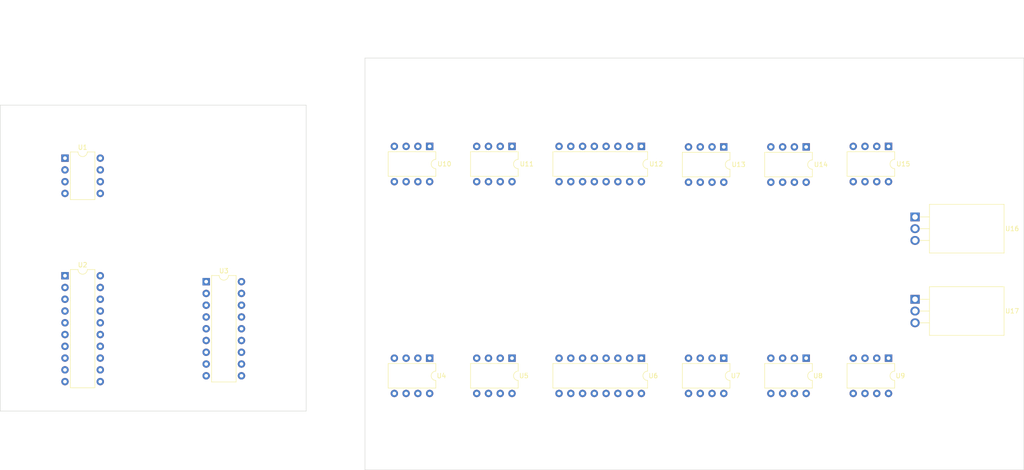
<source format=kicad_pcb>
(kicad_pcb (version 20211014) (generator pcbnew)
  (title_block (title "Wiggly EQ IC Map") (date "2022-05-29") (rev "0") (comment 1 "creativecommons.org/licenses/by/4.0") (comment 2 "License: CC by 4.0") (comment 3 "Author: Jordan Aceto"))
  (layers (0 "F.Cu" signal) (31 "B.Cu" signal) (34 "B.Paste" user) (35 "F.Paste" user) (36 "B.SilkS" user "B.Silkscreen") (37 "F.SilkS" user "F.Silkscreen") (38 "B.Mask" user) (39 "F.Mask" user) (44 "Edge.Cuts" user))
  (net 0 "")
  (net 1 "GND")
  (net 2 "Net-(D4-Pad1)")
  (net 3 "Net-(C21-Pad1)")
  (net 4 "+15V")
  (net 5 "-15V")
  (net 6 "Net-(C24-Pad2)")
  (net 7 "Net-(SW1-Pad2)")
  (net 8 "Net-(R1-Pad1)")
  (net 9 "Net-(R63-Pad1)")
  (net 10 "Net-(R63-Pad2)")
  (net 11 "Net-(R57-Pad2)")
  (net 12 "Net-(R62-Pad1)")
  (net 13 "Net-(R58-Pad1)")
  (net 14 "Net-(C20-Pad1)")
  (net 15 "Net-(C18-Pad1)")
  (net 16 "Net-(C18-Pad2)")
  (net 17 "Net-(C14-Pad2)")
  (net 18 "Net-(C14-Pad1)")
  (net 20 "Net-(R50-Pad2)")
  (net 21 "Net-(R53-Pad2)")
  (net 22 "Net-(D5-Pad1)")
  (net 23 "Net-(SW2-Pad14)")
  (net 24 "Net-(R65-Pad2)")
  (net 25 "Net-(D14-Pad1)")
  (net 26 "Net-(D13-Pad1)")
  (net 27 "Net-(D12-Pad1)")
  (net 28 "Net-(D11-Pad1)")
  (net 29 "Net-(D10-Pad1)")
  (net 30 "Net-(D9-Pad1)")
  (net 31 "Net-(D8-Pad1)")
  (net 32 "Net-(D7-Pad1)")
  (net 33 "Net-(D6-Pad1)")
  (net 34 "/parametric_EQ/high_band_eq/SIGNAL_IN")
  (net 35 "Net-(R13-Pad1)")
  (net 36 "Net-(C1-Pad2)")
  (net 37 "Net-(C50-Pad2)")
  (net 38 "Net-(R103-Pad1)")
  (net 39 "/parametric_EQ/low_band_eq/SIGNAL_OUT")
  (net 40 "Net-(R3-Pad2)")
  (net 41 "Net-(R2-Pad1)")
  (net 42 "Net-(R10-Pad2)")
  (net 43 "Net-(R100-Pad2)")
  (net 44 "Net-(R92-Pad1)")
  (net 45 "Net-(R93-Pad2)")
  (net 47 "Net-(R7-Pad2)")
  (net 48 "/parametric_EQ/mid_band_eq/Vfc")
  (net 49 "Net-(C2-Pad1)")
  (net 50 "Net-(C1-Pad1)")
  (net 51 "Net-(R6-Pad2)")
  (net 52 "Net-(R96-Pad2)")
  (net 53 "/parametric_EQ/low_band_eq/Vfc")
  (net 54 "Net-(C50-Pad1)")
  (net 55 "Net-(C51-Pad1)")
  (net 56 "Net-(R97-Pad2)")
  (net 57 "Net-(C2-Pad2)")
  (net 58 "Net-(C51-Pad2)")
  (net 59 "/parametric_EQ/mid_band_eq/OFFSET_RESISTOR")
  (net 60 "/parametric_EQ/low_band_eq/OFFSET_RESISTOR")
  (net 61 "Net-(C49-Pad2)")
  (net 62 "Net-(C49-Pad1)")
  (net 63 "Net-(C6-Pad2)")
  (net 64 "Net-(R30-Pad1)")
  (net 65 "/parametric_EQ/high_band_eq/SIGNAL_OUT")
  (net 66 "Net-(C45-Pad2)")
  (net 67 "Net-(C45-Pad1)")
  (net 68 "Net-(R27-Pad2)")
  (net 69 "Net-(R19-Pad1)")
  (net 70 "Net-(R20-Pad2)")
  (net 72 "Net-(R38-Pad2)")
  (net 73 "Net-(C13-Pad2)")
  (net 74 "Net-(C11-Pad1)")
  (net 75 "Net-(R84-Pad2)")
  (net 76 "Net-(R23-Pad2)")
  (net 77 "/parametric_EQ/high_band_eq/Vfc")
  (net 78 "Net-(C6-Pad1)")
  (net 79 "Net-(C7-Pad1)")
  (net 80 "Net-(R24-Pad2)")
  (net 81 "Net-(C13-Pad1)")
  (net 82 "/TRIANGLE")
  (net 83 "Net-(C7-Pad2)")
  (net 84 "Net-(R37-Pad2)")
  (net 85 "Net-(R36-Pad1)")
  (net 86 "/parametric_EQ/high_band_eq/OFFSET_RESISTOR")
  (net 87 "Net-(R67-Pad1)")
  (net 88 "Net-(R69-Pad2)")
  (footprint "Package_TO_SOT_THT:TO-220F-3_Horizontal_TabDown" (layer "F.Cu") (at 233.045 102.87 -90)
    (fp_text reference "U17" (at 2.54 -20.955 180) (layer "F.SilkS"))
    (fp_text value "LM337_TO220")
    (fp_line (start 5.08 -3.11) (end 5.08 -1.15) (layer "F.SilkS") (width 0.12))
    (fp_line (start -2.71 -19.22) (end -2.71 -3.11) (layer "F.SilkS") (width 0.12))
    (fp_line (start -2.71 -3.11) (end 7.79 -3.11) (layer "F.SilkS") (width 0.12))
    (fp_line (start -2.71 -19.22) (end 7.79 -19.22) (layer "F.SilkS") (width 0.12))
    (fp_line (start 0 -3.11) (end 0 -1.15) (layer "F.SilkS") (width 0.12))
    (fp_line (start 2.54 -3.11) (end 2.54 -1.15) (layer "F.SilkS") (width 0.12))
    (fp_line (start 7.79 -19.22) (end 7.79 -3.11) (layer "F.SilkS") (width 0.12))
    (pad "" np_thru_hole oval (at 2.54 -15.8 270) (size 3.5 3.5) (drill 3.5) (layers *.Cu *.Mask))
    (pad "1" thru_hole rect (at 0 0 270) (size 1.905 2) (drill 1.2) (layers *.Cu *.Mask) (net 88 "Net-(R69-Pad2)"))
    (pad "2" thru_hole oval (at 2.54 0 270) (size 1.905 2) (drill 1.2) (layers *.Cu *.Mask) (net 6 "Net-(C24-Pad2)"))
    (pad "3" thru_hole oval (at 5.08 0 270) (size 1.905 2) (drill 1.2) (layers *.Cu *.Mask) (net 5 "-15V"))
  )
  (footprint "Package_DIP:DIP-8_W7.62mm" (layer "F.Cu") (at 227.32 69.86 -90)
    (fp_text reference "U15" (at 3.8 -3.185 180) (layer "F.SilkS"))
    (fp_text value "TL072")
    (fp_line (start 2.81 -1.33) (end 1.16 -1.33) (layer "F.SilkS") (width 0.12))
    (fp_line (start 6.46 -1.33) (end 4.81 -1.33) (layer "F.SilkS") (width 0.12))
    (fp_line (start 1.16 -1.33) (end 1.16 8.95) (layer "F.SilkS") (width 0.12))
    (fp_line (start 1.16 8.95) (end 6.46 8.95) (layer "F.SilkS") (width 0.12))
    (fp_line (start 6.46 8.95) (end 6.46 -1.33) (layer "F.SilkS") (width 0.12))
    (fp_arc (start 4.81 -1.33) (mid 3.81 -0.33) (end 2.81 -1.33) (layer "F.SilkS") (width 0.12))
    (pad "1" thru_hole rect (at 0 0 270) (size 1.6 1.6) (drill 0.8) (layers *.Cu *.Mask) (net 84 "Net-(R37-Pad2)"))
    (pad "2" thru_hole oval (at 0 2.54 270) (size 1.6 1.6) (drill 0.8) (layers *.Cu *.Mask) (net 1 "GND"))
    (pad "3" thru_hole oval (at 0 5.08 270) (size 1.6 1.6) (drill 0.8) (layers *.Cu *.Mask) (net 85 "Net-(R36-Pad1)"))
    (pad "4" thru_hole oval (at 0 7.62 270) (size 1.6 1.6) (drill 0.8) (layers *.Cu *.Mask) (net 5 "-15V"))
    (pad "5" thru_hole oval (at 7.62 7.62 270) (size 1.6 1.6) (drill 0.8) (layers *.Cu *.Mask) (net 1 "GND"))
    (pad "6" thru_hole oval (at 7.62 5.08 270) (size 1.6 1.6) (drill 0.8) (layers *.Cu *.Mask) (net 86 "/parametric_EQ/high_band_eq/OFFSET_RESISTOR"))
    (pad "7" thru_hole oval (at 7.62 2.54 270) (size 1.6 1.6) (drill 0.8) (layers *.Cu *.Mask) (net 77 "/parametric_EQ/high_band_eq/Vfc"))
    (pad "8" thru_hole oval (at 7.62 0 270) (size 1.6 1.6) (drill 0.8) (layers *.Cu *.Mask) (net 4 "+15V"))
  )
  (footprint "Package_DIP:DIP-18_W7.62mm" (layer "F.Cu") (at 80.02 99.07)
    (fp_text reference "U3" (at 3.81 -2.33) (layer "F.SilkS"))
    (fp_text value "LM3914N")
    (fp_line (start 6.46 -1.33) (end 4.81 -1.33) (layer "F.SilkS") (width 0.12))
    (fp_line (start 2.81 -1.33) (end 1.16 -1.33) (layer "F.SilkS") (width 0.12))
    (fp_line (start 6.46 21.65) (end 6.46 -1.33) (layer "F.SilkS") (width 0.12))
    (fp_line (start 1.16 -1.33) (end 1.16 21.65) (layer "F.SilkS") (width 0.12))
    (fp_line (start 1.16 21.65) (end 6.46 21.65) (layer "F.SilkS") (width 0.12))
    (fp_arc (start 4.81 -1.33) (mid 3.81 -0.33) (end 2.81 -1.33) (layer "F.SilkS") (width 0.12))
    (pad "1" thru_hole rect (at 0 0) (size 1.6 1.6) (drill 0.8) (layers *.Cu *.Mask) (net 22 "Net-(D5-Pad1)"))
    (pad "2" thru_hole oval (at 0 2.54) (size 1.6 1.6) (drill 0.8) (layers *.Cu *.Mask) (net 1 "GND"))
    (pad "3" thru_hole oval (at 0 5.08) (size 1.6 1.6) (drill 0.8) (layers *.Cu *.Mask) (net 4 "+15V"))
    (pad "4" thru_hole oval (at 0 7.62) (size 1.6 1.6) (drill 0.8) (layers *.Cu *.Mask) (net 1 "GND"))
    (pad "5" thru_hole oval (at 0 10.16) (size 1.6 1.6) (drill 0.8) (layers *.Cu *.Mask) (net 23 "Net-(SW2-Pad14)"))
    (pad "6" thru_hole oval (at 0 12.7) (size 1.6 1.6) (drill 0.8) (layers *.Cu *.Mask) (net 24 "Net-(R65-Pad2)"))
    (pad "7" thru_hole oval (at 0 15.24) (size 1.6 1.6) (drill 0.8) (layers *.Cu *.Mask) (net 24 "Net-(R65-Pad2)"))
    (pad "8" thru_hole oval (at 0 17.78) (size 1.6 1.6) (drill 0.8) (layers *.Cu *.Mask) (net 1 "GND"))
    (pad "9" thru_hole oval (at 0 20.32) (size 1.6 1.6) (drill 0.8) (layers *.Cu *.Mask) (net 4 "+15V"))
    (pad "10" thru_hole oval (at 7.62 20.32) (size 1.6 1.6) (drill 0.8) (layers *.Cu *.Mask) (net 25 "Net-(D14-Pad1)"))
    (pad "11" thru_hole oval (at 7.62 17.78) (size 1.6 1.6) (drill 0.8) (layers *.Cu *.Mask) (net 26 "Net-(D13-Pad1)"))
    (pad "12" thru_hole oval (at 7.62 15.24) (size 1.6 1.6) (drill 0.8) (layers *.Cu *.Mask) (net 27 "Net-(D12-Pad1)"))
    (pad "13" thru_hole oval (at 7.62 12.7) (size 1.6 1.6) (drill 0.8) (layers *.Cu *.Mask) (net 28 "Net-(D11-Pad1)"))
    (pad "14" thru_hole oval (at 7.62 10.16) (size 1.6 1.6) (drill 0.8) (layers *.Cu *.Mask) (net 29 "Net-(D10-Pad1)"))
    (pad "15" thru_hole oval (at 7.62 7.62) (size 1.6 1.6) (drill 0.8) (layers *.Cu *.Mask) (net 30 "Net-(D9-Pad1)"))
    (pad "16" thru_hole oval (at 7.62 5.08) (size 1.6 1.6) (drill 0.8) (layers *.Cu *.Mask) (net 31 "Net-(D8-Pad1)"))
    (pad "17" thru_hole oval (at 7.62 2.54) (size 1.6 1.6) (drill 0.8) (layers *.Cu *.Mask) (net 32 "Net-(D7-Pad1)"))
    (pad "18" thru_hole oval (at 7.62 0) (size 1.6 1.6) (drill 0.8) (layers *.Cu *.Mask) (net 33 "Net-(D6-Pad1)"))
  )
  (footprint "Package_DIP:DIP-8_W7.62mm" (layer "F.Cu") (at 128.26 115.58 -90)
    (fp_text reference "U4" (at 3.81 -2.55 180) (layer "F.SilkS"))
    (fp_text value "TL072")
    (fp_line (start 6.46 -1.33) (end 4.81 -1.33) (layer "F.SilkS") (width 0.12))
    (fp_line (start 1.16 -1.33) (end 1.16 8.95) (layer "F.SilkS") (width 0.12))
    (fp_line (start 2.81 -1.33) (end 1.16 -1.33) (layer "F.SilkS") (width 0.12))
    (fp_line (start 1.16 8.95) (end 6.46 8.95) (layer "F.SilkS") (width 0.12))
    (fp_line (start 6.46 8.95) (end 6.46 -1.33) (layer "F.SilkS") (width 0.12))
    (fp_arc (start 4.81 -1.33) (mid 3.81 -0.33) (end 2.81 -1.33) (layer "F.SilkS") (width 0.12))
    (pad "1" thru_hole rect (at 0 0 270) (size 1.6 1.6) (drill 0.8) (layers *.Cu *.Mask) (net 34 "/parametric_EQ/high_band_eq/SIGNAL_IN"))
    (pad "2" thru_hole oval (at 0 2.54 270) (size 1.6 1.6) (drill 0.8) (layers *.Cu *.Mask) (net 35 "Net-(R13-Pad1)"))
    (pad "3" thru_hole oval (at 0 5.08 270) (size 1.6 1.6) (drill 0.8) (layers *.Cu *.Mask) (net 36 "Net-(C1-Pad2)"))
    (pad "4" thru_hole oval (at 0 7.62 270) (size 1.6 1.6) (drill 0.8) (layers *.Cu *.Mask) (net 5 "-15V"))
    (pad "5" thru_hole oval (at 7.62 7.62 270) (size 1.6 1.6) (drill 0.8) (layers *.Cu *.Mask) (net 37 "Net-(C50-Pad2)"))
    (pad "6" thru_hole oval (at 7.62 5.08 270) (size 1.6 1.6) (drill 0.8) (layers *.Cu *.Mask) (net 38 "Net-(R103-Pad1)"))
    (pad "7" thru_hole oval (at 7.62 2.54 270) (size 1.6 1.6) (drill 0.8) (layers *.Cu *.Mask) (net 39 "/parametric_EQ/low_band_eq/SIGNAL_OUT"))
    (pad "8" thru_hole oval (at 7.62 0 270) (size 1.6 1.6) (drill 0.8) (layers *.Cu *.Mask) (net 4 "+15V"))
  )
  (footprint "Package_DIP:DIP-8_W7.62mm" (layer "F.Cu") (at 146.04 69.86 -90)
    (fp_text reference "U11" (at 3.81 -3.185 180) (layer "F.SilkS"))
    (fp_text value "TL072")
    (fp_line (start 1.16 8.95) (end 6.46 8.95) (layer "F.SilkS") (width 0.12))
    (fp_line (start 2.81 -1.33) (end 1.16 -1.33) (layer "F.SilkS") (width 0.12))
    (fp_line (start 6.46 8.95) (end 6.46 -1.33) (layer "F.SilkS") (width 0.12))
    (fp_line (start 1.16 -1.33) (end 1.16 8.95) (layer "F.SilkS") (width 0.12))
    (fp_line (start 6.46 -1.33) (end 4.81 -1.33) (layer "F.SilkS") (width 0.12))
    (fp_arc (start 4.81 -1.33) (mid 3.81 -0.33) (end 2.81 -1.33) (layer "F.SilkS") (width 0.12))
    (pad "1" thru_hole rect (at 0 0 270) (size 1.6 1.6) (drill 0.8) (layers *.Cu *.Mask) (net 66 "Net-(C45-Pad2)"))
    (pad "2" thru_hole oval (at 0 2.54 270) (size 1.6 1.6) (drill 0.8) (layers *.Cu *.Mask) (net 67 "Net-(C45-Pad1)"))
    (pad "3" thru_hole oval (at 0 5.08 270) (size 1.6 1.6) (drill 0.8) (layers *.Cu *.Mask) (net 1 "GND"))
    (pad "4" thru_hole oval (at 0 7.62 270) (size 1.6 1.6) (drill 0.8) (layers *.Cu *.Mask) (net 5 "-15V"))
    (pad "5" thru_hole oval (at 7.62 7.62 270) (size 1.6 1.6) (drill 0.8) (layers *.Cu *.Mask) (net 68 "Net-(R27-Pad2)"))
    (pad "6" thru_hole oval (at 7.62 5.08 270) (size 1.6 1.6) (drill 0.8) (layers *.Cu *.Mask) (net 69 "Net-(R19-Pad1)"))
    (pad "7" thru_hole oval (at 7.62 2.54 270) (size 1.6 1.6) (drill 0.8) (layers *.Cu *.Mask) (net 70 "Net-(R20-Pad2)"))
    (pad "8" thru_hole oval (at 7.62 0 270) (size 1.6 1.6) (drill 0.8) (layers *.Cu *.Mask) (net 4 "+15V"))
  )
  (footprint "Package_DIP:DIP-8_W7.62mm" (layer "F.Cu") (at 191.76 69.98 -90)
    (fp_text reference "U13" (at 3.81 -3.185 180) (layer "F.SilkS"))
    (fp_text value "TL072")
    (fp_line (start 1.16 -1.33) (end 1.16 8.95) (layer "F.SilkS") (width 0.12))
    (fp_line (start 6.46 8.95) (end 6.46 -1.33) (layer "F.SilkS") (width 0.12))
    (fp_line (start 1.16 8.95) (end 6.46 8.95) (layer "F.SilkS") (width 0.12))
    (fp_line (start 6.46 -1.33) (end 4.81 -1.33) (layer "F.SilkS") (width 0.12))
    (fp_line (start 2.81 -1.33) (end 1.16 -1.33) (layer "F.SilkS") (width 0.12))
    (fp_arc (start 4.81 -1.33) (mid 3.81 -0.33) (end 2.81 -1.33) (layer "F.SilkS") (width 0.12))
    (pad "1" thru_hole rect (at 0 0 270) (size 1.6 1.6) (drill 0.8) (layers *.Cu *.Mask) (net 73 "Net-(C13-Pad2)"))
    (pad "2" thru_hole oval (at 0 2.54 270) (size 1.6 1.6) (drill 0.8) (layers *.Cu *.Mask) (net 1 "GND"))
    (pad "3" thru_hole oval (at 0 5.08 270) (size 1.6 1.6) (drill 0.8) (layers *.Cu *.Mask) (net 81 "Net-(C13-Pad1)"))
    (pad "4" thru_hole oval (at 0 7.62 270) (size 1.6 1.6) (drill 0.8) (layers *.Cu *.Mask) (net 5 "-15V"))
    (pad "5" thru_hole oval (at 7.62 7.62 270) (size 1.6 1.6) (drill 0.8) (layers *.Cu *.Mask) (net 1 "GND"))
    (pad "6" thru_hole oval (at 7.62 5.08 270) (size 1.6 1.6) (drill 0.8) (layers *.Cu *.Mask) (net 78 "Net-(C6-Pad1)"))
    (pad "7" thru_hole oval (at 7.62 2.54 270) (size 1.6 1.6) (drill 0.8) (layers *.Cu *.Mask) (net 63 "Net-(C6-Pad2)"))
    (pad "8" thru_hole oval (at 7.62 0 270) (size 1.6 1.6) (drill 0.8) (layers *.Cu *.Mask) (net 4 "+15V"))
  )
  (footprint "Package_DIP:DIP-16_W7.62mm" (layer "F.Cu") (at 173.975 115.58 -90)
    (fp_text reference "U6" (at 3.81 -2.555 180) (layer "F.SilkS"))
    (fp_text value "SSI2164")
    (fp_line (start 6.46 19.11) (end 6.46 -1.33) (layer "F.SilkS") (width 0.12))
    (fp_line (start 6.46 -1.33) (end 4.81 -1.33) (layer "F.SilkS") (width 0.12))
    (fp_line (start 1.16 -1.33) (end 1.16 19.11) (layer "F.SilkS") (width 0.12))
    (fp_line (start 1.16 19.11) (end 6.46 19.11) (layer "F.SilkS") (width 0.12))
    (fp_line (start 2.81 -1.33) (end 1.16 -1.33) (layer "F.SilkS") (width 0.12))
    (fp_arc (start 4.81 -1.33) (mid 3.81 -0.33) (end 2.81 -1.33) (layer "F.SilkS") (width 0.12))
    (pad "1" thru_hole rect (at 0 0 270) (size 1.6 1.6) (drill 0.8) (layers *.Cu *.Mask))
    (pad "2" thru_hole oval (at 0 2.54 270) (size 1.6 1.6) (drill 0.8) (layers *.Cu *.Mask) (net 47 "Net-(R7-Pad2)"))
    (pad "3" thru_hole oval (at 0 5.08 270) (size 1.6 1.6) (drill 0.8) (layers *.Cu *.Mask) (net 48 "/parametric_EQ/mid_band_eq/Vfc"))
    (pad "4" thru_hole oval (at 0 7.62 270) (size 1.6 1.6) (drill 0.8) (layers *.Cu *.Mask) (net 49 "Net-(C2-Pad1)"))
    (pad "5" thru_hole oval (at 0 10.16 270) (size 1.6 1.6) (drill 0.8) (layers *.Cu *.Mask) (net 50 "Net-(C1-Pad1)"))
    (pad "6" thru_hole oval (at 0 12.7 270) (size 1.6 1.6) (drill 0.8) (layers *.Cu *.Mask) (net 48 "/parametric_EQ/mid_band_eq/Vfc"))
    (pad "7" thru_hole oval (at 0 15.24 270) (size 1.6 1.6) (drill 0.8) (layers *.Cu *.Mask) (net 51 "Net-(R6-Pad2)"))
    (pad "8" thru_hole oval (at 0 17.78 270) (size 1.6 1.6) (drill 0.8) (layers *.Cu *.Mask) (net 1 "GND"))
    (pad "9" thru_hole oval (at 7.62 17.78 270) (size 1.6 1.6) (drill 0.8) (layers *.Cu *.Mask) (net 5 "-15V"))
    (pad "10" thru_hole oval (at 7.62 15.24 270) (size 1.6 1.6) (drill 0.8) (layers *.Cu *.Mask) (net 52 "Net-(R96-Pad2)"))
    (pad "11" thru_hole oval (at 7.62 12.7 270) (size 1.6 1.6) (drill 0.8) (layers *.Cu *.Mask) (net 53 "/parametric_EQ/low_band_eq/Vfc"))
    (pad "12" thru_hole oval (at 7.62 10.16 270) (size 1.6 1.6) (drill 0.8) (layers *.Cu *.Mask) (net 54 "Net-(C50-Pad1)"))
    (pad "13" thru_hole oval (at 7.62 7.62 270) (size 1.6 1.6) (drill 0.8) (layers *.Cu *.Mask) (net 55 "Net-(C51-Pad1)"))
    (pad "14" thru_hole oval (at 7.62 5.08 270) (size 1.6 1.6) (drill 0.8) (layers *.Cu *.Mask) (net 53 "/parametric_EQ/low_band_eq/Vfc"))
    (pad "15" thru_hole oval (at 7.62 2.54 270) (size 1.6 1.6) (drill 0.8) (layers *.Cu *.Mask) (net 56 "Net-(R97-Pad2)"))
    (pad "16" thru_hole oval (at 7.62 0 270) (size 1.6 1.6) (drill 0.8) (layers *.Cu *.Mask) (net 4 "+15V"))
  )
  (footprint "Package_DIP:DIP-8_W7.62mm" (layer "F.Cu") (at 146.04 115.58 -90)
    (fp_text reference "U5" (at 3.8 -2.55 180) (layer "F.SilkS"))
    (fp_text value "TL072")
    (fp_line (start 2.81 -1.33) (end 1.16 -1.33) (layer "F.SilkS") (width 0.12))
    (fp_line (start 6.46 -1.33) (end 4.81 -1.33) (layer "F.SilkS") (width 0.12))
    (fp_line (start 6.46 8.95) (end 6.46 -1.33) (layer "F.SilkS") (width 0.12))
    (fp_line (start 1.16 8.95) (end 6.46 8.95) (layer "F.SilkS") (width 0.12))
    (fp_line (start 1.16 -1.33) (end 1.16 8.95) (layer "F.SilkS") (width 0.12))
    (fp_arc (start 4.81 -1.33) (mid 3.81 -0.33) (end 2.81 -1.33) (layer "F.SilkS") (width 0.12))
    (pad "1" thru_hole rect (at 0 0 270) (size 1.6 1.6) (drill 0.8) (layers *.Cu *.Mask) (net 40 "Net-(R3-Pad2)"))
    (pad "2" thru_hole oval (at 0 2.54 270) (size 1.6 1.6) (drill 0.8) (layers *.Cu *.Mask) (net 41 "Net-(R2-Pad1)"))
    (pad "3" thru_hole oval (at 0 5.08 270) (size 1.6 1.6) (drill 0.8) (layers *.Cu *.Mask) (net 42 "Net-(R10-Pad2)"))
    (pad "4" thru_hole oval (at 0 7.62 270) (size 1.6 1.6) (drill 0.8) (layers *.Cu *.Mask) (net 5 "-15V"))
    (pad "5" thru_hole oval (at 7.62 7.62 270) (size 1.6 1.6) (drill 0.8) (layers *.Cu *.Mask) (net 43 "Net-(R100-Pad2)"))
    (pad "6" thru_hole oval (at 7.62 5.08 270) (size 1.6 1.6) (drill 0.8) (layers *.Cu *.Mask) (net 44 "Net-(R92-Pad1)"))
    (pad "7" thru_hole oval (at 7.62 2.54 270) (size 1.6 1.6) (drill 0.8) (layers *.Cu *.Mask) (net 45 "Net-(R93-Pad2)"))
    (pad "8" thru_hole oval (at 7.62 0 270) (size 1.6 1.6) (drill 0.8) (layers *.Cu *.Mask) (net 4 "+15V"))
  )
  (footprint "Package_DIP:DIP-8_W7.62mm" (layer "F.Cu") (at 227.32 115.58 -90)
    (fp_text reference "U9" (at 3.81 -2.55 180) (layer "F.SilkS"))
    (fp_text value "TL072")
    (fp_line (start 6.46 -1.33) (end 4.81 -1.33) (layer "F.SilkS") (width 0.12))
    (fp_line (start 2.81 -1.33) (end 1.16 -1.33) (layer "F.SilkS") (width 0.12))
    (fp_line (start 1.16 -1.33) (end 1.16 8.95) (layer "F.SilkS") (width 0.12))
    (fp_line (start 6.46 8.95) (end 6.46 -1.33) (layer "F.SilkS") (width 0.12))
    (fp_line (start 1.16 8.95) (end 6.46 8.95) (layer "F.SilkS") (width 0.12))
    (fp_arc (start 4.81 -1.33) (mid 3.81 -0.33) (end 2.81 -1.33) (layer "F.SilkS") (width 0.12))
    (pad "1" thru_hole rect (at 0 0 270) (size 1.6 1.6) (drill 0.8) (layers *.Cu *.Mask) (net 48 "/parametric_EQ/mid_band_eq/Vfc"))
    (pad "2" thru_hole oval (at 0 2.54 270) (size 1.6 1.6) (drill 0.8) (layers *.Cu *.Mask) (net 59 "/parametric_EQ/mid_band_eq/OFFSET_RESISTOR"))
    (pad "3" thru_hole oval (at 0 5.08 270) (size 1.6 1.6) (drill 0.8) (layers *.Cu *.Mask) (net 1 "GND"))
    (pad "4" thru_hole oval (at 0 7.62 270) (size 1.6 1.6) (drill 0.8) (layers *.Cu *.Mask) (net 5 "-15V"))
    (pad "5" thru_hole oval (at 7.62 7.62 270) (size 1.6 1.6) (drill 0.8) (layers *.Cu *.Mask) (net 1 "GND"))
    (pad "6" thru_hole oval (at 7.62 5.08 270) (size 1.6 1.6) (drill 0.8) (layers *.Cu *.Mask) (net 60 "/parametric_EQ/low_band_eq/OFFSET_RESISTOR"))
    (pad "7" thru_hole oval (at 7.62 2.54 270) (size 1.6 1.6) (drill 0.8) (layers *.Cu *.Mask) (net 53 "/parametric_EQ/low_band_eq/Vfc"))
    (pad "8" thru_hole oval (at 7.62 0 270) (size 1.6 1.6) (drill 0.8) (layers *.Cu *.Mask) (net 4 "+15V"))
  )
  (footprint "Package_DIP:DIP-8_W7.62mm" (layer "F.Cu") (at 128.26 69.86 -90)
    (fp_text reference "U10" (at 3.8 -3.185 180) (layer "F.SilkS"))
    (fp_text value "TL072")
    (fp_line (start 1.16 8.95) (end 6.46 8.95) (layer "F.SilkS") (width 0.12))
    (fp_line (start 2.81 -1.33) (end 1.16 -1.33) (layer "F.SilkS") (width 0.12))
    (fp_line (start 6.46 -1.33) (end 4.81 -1.33) (layer "F.SilkS") (width 0.12))
    (fp_line (start 1.16 -1.33) (end 1.16 8.95) (layer "F.SilkS") (width 0.12))
    (fp_line (start 6.46 8.95) (end 6.46 -1.33) (layer "F.SilkS") (width 0.12))
    (fp_arc (start 4.81 -1.33) (mid 3.81 -0.33) (end 2.81 -1.33) (layer "F.SilkS") (width 0.12))
    (pad "1" thru_hole rect (at 0 0 270) (size 1.6 1.6) (drill 0.8) (layers *.Cu *.Mask) (net 61 "Net-(C49-Pad2)"))
    (pad "2" thru_hole oval (at 0 2.54 270) (size 1.6 1.6) (drill 0.8) (layers *.Cu *.Mask) (net 62 "Net-(C49-Pad1)"))
    (pad "3" thru_hole oval (at 0 5.08 270) (size 1.6 1.6) (drill 0.8) (layers *.Cu *.Mask) (net 1 "GND"))
    (pad "4" thru_hole oval (at 0 7.62 270) (size 1.6 1.6) (drill 0.8) (layers *.Cu *.Mask) (net 5 "-15V"))
    (pad "5" thru_hole oval (at 7.62 7.62 270) (size 1.6 1.6) (drill 0.8) (layers *.Cu *.Mask) (net 63 "Net-(C6-Pad2)"))
    (pad "6" thru_hole oval (at 7.62 5.08 270) (size 1.6 1.6) (drill 0.8) (layers *.Cu *.Mask) (net 64 "Net-(R30-Pad1)"))
    (pad "7" thru_hole oval (at 7.62 2.54 270) (size 1.6 1.6) (drill 0.8) (layers *.Cu *.Mask) (net 65 "/parametric_EQ/high_band_eq/SIGNAL_OUT"))
    (pad "8" thru_hole oval (at 7.62 0 270) (size 1.6 1.6) (drill 0.8) (layers *.Cu *.Mask) (net 4 "+15V"))
  )
  (footprint "Package_DIP:DIP-8_W7.62mm" (layer "F.Cu") (at 49.54 72.4)
    (fp_text reference "U1" (at 3.81 -2.33) (layer "F.SilkS"))
    (fp_text value "NE5532")
    (fp_line (start 1.16 8.95) (end 6.46 8.95) (layer "F.SilkS") (width 0.12))
    (fp_line (start 6.46 8.95) (end 6.46 -1.33) (layer "F.SilkS") (width 0.12))
    (fp_line (start 6.46 -1.33) (end 4.81 -1.33) (layer "F.SilkS") (width 0.12))
    (fp_line (start 1.16 -1.33) (end 1.16 8.95) (layer "F.SilkS") (width 0.12))
    (fp_line (start 2.81 -1.33) (end 1.16 -1.33) (layer "F.SilkS") (width 0.12))
    (fp_arc (start 4.81 -1.33) (mid 3.81 -0.33) (end 2.81 -1.33) (layer "F.SilkS") (width 0.12))
    (pad "1" thru_hole rect (at 0 0) (size 1.6 1.6) (drill 0.8) (layers *.Cu *.Mask) (net 7 "Net-(SW1-Pad2)"))
    (pad "2" thru_hole oval (at 0 2.54) (size 1.6 1.6) (drill 0.8) (layers *.Cu *.Mask) (net 7 "Net-(SW1-Pad2)"))
    (pad "3" thru_hole oval (at 0 5.08) (size 1.6 1.6) (drill 0.8) (layers *.Cu *.Mask) (net 8 "Net-(R1-Pad1)"))
    (pad "4" thru_hole oval (at 0 7.62) (size 1.6 1.6) (drill 0.8) (layers *.Cu *.Mask) (net 5 "-15V"))
    (pad "5" thru_hole oval (at 7.62 7.62) (size 1.6 1.6) (drill 0.8) (layers *.Cu *.Mask) (net 1 "GND"))
    (pad "6" thru_hole oval (at 7.62 5.08) (size 1.6 1.6) (drill 0.8) (layers *.Cu *.Mask) (net 9 "Net-(R63-Pad1)"))
    (pad "7" thru_hole oval (at 7.62 2.54) (size 1.6 1.6) (drill 0.8) (layers *.Cu *.Mask) (net 10 "Net-(R63-Pad2)"))
    (pad "8" thru_hole oval (at 7.62 0) (size 1.6 1.6) (drill 0.8) (layers *.Cu *.Mask) (net 4 "+15V"))
  )
  (footprint "Package_TO_SOT_THT:TO-220F-3_Horizontal_TabDown" (layer "F.Cu") (at 233.045 85.09 -90)
    (fp_text reference "U16" (at 2.54 -20.955 180) (layer "F.SilkS"))
    (fp_text value "LM317_TO-220")
    (fp_line (start -2.71 -19.22) (end -2.71 -3.11) (layer "F.SilkS") (width 0.12))
    (fp_line (start 2.54 -3.11) (end 2.54 -1.15) (layer "F.SilkS") (width 0.12))
    (fp_line (start 5.08 -3.11) (end 5.08 -1.15) (layer "F.SilkS") (width 0.12))
    (fp_line (start -2.71 -3.11) (end 7.79 -3.11) (layer "F.SilkS") (width 0.12))
    (fp_line (start 7.79 -19.22) (end 7.79 -3.11) (layer "F.SilkS") (width 0.12))
    (fp_line (start -2.71 -19.22) (end 7.79 -19.22) (layer "F.SilkS") (width 0.12))
    (fp_line (start 0 -3.11) (end 0 -1.15) (layer "F.SilkS") (width 0.12))
    (pad "" np_thru_hole oval (at 2.54 -15.8 270) (size 3.5 3.5) (drill 3.5) (layers *.Cu *.Mask))
    (pad "1" thru_hole rect (at 0 0 270) (size 1.905 2) (drill 1.2) (layers *.Cu *.Mask) (net 87 "Net-(R67-Pad1)"))
    (pad "2" thru_hole oval (at 2.54 0 270) (size 1.905 2) (drill 1.2) (layers *.Cu *.Mask) (net 4 "+15V"))
    (pad "3" thru_hole oval (at 5.08 0 270) (size 1.905 2) (drill 1.2) (layers *.Cu *.Mask) (net 3 "Net-(C21-Pad1)"))
  )
  (footprint "Package_DIP:DIP-16_W7.62mm" (layer "F.Cu") (at 173.975 69.86 -90)
    (fp_text reference "U12" (at 3.81 -3.19 180) (layer "F.SilkS"))
    (fp_text value "SSI2164")
    (fp_line (start 2.81 -1.33) (end 1.16 -1.33) (layer "F.SilkS") (width 0.12))
    (fp_line (start 1.16 19.11) (end 6.46 19.11) (layer "F.SilkS") (width 0.12))
    (fp_line (start 1.16 -1.33) (end 1.16 19.11) (layer "F.SilkS") (width 0.12))
    (fp_line (start 6.46 19.11) (end 6.46 -1.33) (layer "F.SilkS") (width 0.12))
    (fp_line (start 6.46 -1.33) (end 4.81 -1.33) (layer "F.SilkS") (width 0.12))
    (fp_arc (start 4.81 -1.33) (mid 3.81 -0.33) (end 2.81 -1.33) (layer "F.SilkS") (width 0.12))
    (pad "1" thru_hole rect (at 0 0 270) (size 1.6 1.6) (drill 0.8) (layers *.Cu *.Mask))
    (pad "2" thru_hole oval (at 0 2.54 270) (size 1.6 1.6) (drill 0.8) (layers *.Cu *.Mask) (net 72 "Net-(R38-Pad2)"))
    (pad "3" thru_hole oval (at 0 5.08 270) (size 1.6 1.6) (drill 0.8) (layers *.Cu *.Mask) (net 73 "Net-(C13-Pad2)"))
    (pad "4" thru_hole oval (at 0 7.62 270) (size 1.6 1.6) (drill 0.8) (layers *.Cu *.Mask) (net 74 "Net-(C11-Pad1)"))
    (pad "5" thru_hole oval (at 0 10.16 270) (size 1.6 1.6) (drill 0.8) (layers *.Cu *.Mask) (net 67 "Net-(C45-Pad1)"))
    (pad "6" thru_hole oval (at 0 12.7 270) (size 1.6 1.6) (drill 0.8) (layers *.Cu *.Mask) (net 61 "Net-(C49-Pad2)"))
    (pad "7" thru_hole oval (at 0 15.24 270) (size 1.6 1.6) (drill 0.8) (layers *.Cu *.Mask) (net 75 "Net-(R84-Pad2)"))
    (pad "8" thru_hole oval (at 0 17.78 270) (size 1.6 1.6) (drill 0.8) (layers *.Cu *.Mask) (net 1 "GND"))
    (pad "9" thru_hole oval (at 7.62 17.78 270) (size 1.6 1.6) (drill 0.8) (layers *.Cu *.Mask) (net 5 "-15V"))
    (pad "10" thru_hole oval (at 7.62 15.24 270) (size 1.6 1.6) (drill 0.8) (layers *.Cu *.Mask) (net 76 "Net-(R23-Pad2)"))
    (pad "11" thru_hole oval (at 7.62 12.7 270) (size 1.6 1.6) (drill 0.8) (layers *.Cu *.Mask) (net 77 "/parametric_EQ/high_band_eq/Vfc"))
    (pad "12" thru_hole oval (at 7.62 10.16 270) (size 1.6 1.6) (drill 0.8) (layers *.Cu *.Mask) (net 78 "Net-(C6-Pad1)"))
    (pad "13" thru_hole oval (at 7.62 7.62 270) (size 1.6 1.6) (drill 0.8) (layers *.Cu *.Mask) (net 79 "Net-(C7-Pad1)"))
    (pad "14" thru_hole oval (at 7.62 5.08 270) (size 1.6 1.6) (drill 0.8) (layers *.Cu *.Mask) (net 77 "/parametric_EQ/high_band_eq/Vfc"))
    (pad "15" thru_hole oval (at 7.62 2.54 270) (size 1.6 1.6) (drill 0.8) (layers *.Cu *.Mask) (net 80 "Net-(R24-Pad2)"))
    (pad "16" thru_hole oval (at 7.62 0 270) (size 1.6 1.6) (drill 0.8) (layers *.Cu *.Mask) (net 4 "+15V"))
  )
  (footprint "Package_DIP:DIP-20_W7.62mm" (layer "F.Cu") (at 49.54 97.785)
    (fp_text reference "U2" (at 3.81 -2.33) (layer "F.SilkS"))
    (fp_text value "THAT4301")
    (fp_line (start 2.81 -1.33) (end 1.16 -1.33) (layer "F.SilkS") (width 0.12))
    (fp_line (start 6.46 24.19) (end 6.46 -1.33) (layer "F.SilkS") (width 0.12))
    (fp_line (start 6.46 -1.33) (end 4.81 -1.33) (layer "F.SilkS") (width 0.12))
    (fp_line (start 1.16 24.19) (end 6.46 24.19) (layer "F.SilkS") (width 0.12))
    (fp_line (start 1.16 -1.33) (end 1.16 24.19) (layer "F.SilkS") (width 0.12))
    (fp_arc (start 4.81 -1.33) (mid 3.81 -0.33) (end 2.81 -1.33) (layer "F.SilkS") (width 0.12))
    (pad "1" thru_hole rect (at 0 0) (size 1.6 1.6) (drill 0.8) (layers *.Cu *.Mask) (net 11 "Net-(R57-Pad2)"))
    (pad "2" thru_hole oval (at 0 2.54) (size 1.6 1.6) (drill 0.8) (layers *.Cu *.Mask) (net 12 "Net-(R62-Pad1)"))
    (pad "3" thru_hole oval (at 0 5.08) (size 1.6 1.6) (drill 0.8) (layers *.Cu *.Mask))
    (pad "4" thru_hole oval (at 0 7.62) (size 1.6 1.6) (drill 0.8) (layers *.Cu *.Mask) (net 13 "Net-(R58-Pad1)"))
    (pad "5" thru_hole oval (at 0 10.16) (size 1.6 1.6) (drill 0.8) (layers *.Cu *.Mask) (net 14 "Net-(C20-Pad1)"))
    (pad "6" thru_hole oval (at 0 12.7) (size 1.6 1.6) (drill 0.8) (layers *.Cu *.Mask) (net 15 "Net-(C18-Pad1)"))
    (pad "7" thru_hole oval (at 0 15.24) (size 1.6 1.6) (drill 0.8) (layers *.Cu *.Mask) (net 16 "Net-(C18-Pad2)"))
    (pad "8" thru_hole oval (at 0 17.78) (size 1.6 1.6) (drill 0.8) (layers *.Cu *.Mask) (net 1 "GND"))
    (pad "9" thru_hole oval (at 0 20.32) (size 1.6 1.6) (drill 0.8) (layers *.Cu *.Mask) (net 1 "GND"))
    (pad "10" thru_hole oval (at 0 22.86) (size 1.6 1.6) (drill 0.8) (layers *.Cu *.Mask) (net 5 "-15V"))
    (pad "11" thru_hole oval (at 7.62 22.86) (size 1.6 1.6) (drill 0.8) (layers *.Cu *.Mask) (net 4 "+15V"))
    (pad "12" thru_hole oval (at 7.62 20.32) (size 1.6 1.6) (drill 0.8) (layers *.Cu *.Mask) (net 17 "Net-(C14-Pad2)"))
    (pad "13" thru_hole oval (at 7.62 17.78) (size 1.6 1.6) (drill 0.8) (layers *.Cu *.Mask) (net 18 "Net-(C14-Pad1)"))
    (pad "14" thru_hole oval (at 7.62 15.24) (size 1.6 1.6) (drill 0.8) (layers *.Cu *.Mask))
    (pad "15" thru_hole oval (at 7.62 12.7) (size 1.6 1.6) (drill 0.8) (layers *.Cu *.Mask) (net 1 "GND"))
    (pad "16" thru_hole oval (at 7.62 10.16) (size 1.6 1.6) (drill 0.8) (layers *.Cu *.Mask) (net 16 "Net-(C18-Pad2)"))
    (pad "17" thru_hole oval (at 7.62 7.62) (size 1.6 1.6) (drill 0.8) (layers *.Cu *.Mask) (net 20 "Net-(R50-Pad2)"))
    (pad "18" thru_hole oval (at 7.62 5.08) (size 1.6 1.6) (drill 0.8) (layers *.Cu *.Mask) (net 2 "Net-(D4-Pad1)"))
    (pad "19" thru_hole oval (at 7.62 2.54) (size 1.6 1.6) (drill 0.8) (layers *.Cu *.Mask) (net 21 "Net-(R53-Pad2)"))
    (pad "20" thru_hole oval (at 7.62 0) (size 1.6 1.6) (drill 0.8) (layers *.Cu *.Mask) (net 1 "GND"))
  )
  (footprint "Package_DIP:DIP-8_W7.62mm" (layer "F.Cu") (at 209.54 115.58 -90)
    (fp_text reference "U8" (at 3.81 -2.55 180) (layer "F.SilkS"))
    (fp_text value "TL072")
    (fp_line (start 1.16 8.95) (end 6.46 8.95) (layer "F.SilkS") (width 0.12))
    (fp_line (start 6.46 -1.33) (end 4.81 -1.33) (layer "F.SilkS") (width 0.12))
    (fp_line (start 6.46 8.95) (end 6.46 -1.33) (layer "F.SilkS") (width 0.12))
    (fp_line (start 1.16 -1.33) (end 1.16 8.95) (layer "F.SilkS") (width 0.12))
    (fp_line (start 2.81 -1.33) (end 1.16 -1.33) (layer "F.SilkS") (width 0.12))
    (fp_arc (start 4.81 -1.33) (mid 3.81 -0.33) (end 2.81 -1.33) (layer "F.SilkS") (width 0.12))
    (pad "1" thru_hole rect (at 0 0 270) (size 1.6 1.6) (drill 0.8) (layers *.Cu *.Mask) (net 57 "Net-(C2-Pad2)"))
    (pad "2" thru_hole oval (at 0 2.54 270) (size 1.6 1.6) (drill 0.8) (layers *.Cu *.Mask) (net 49 "Net-(C2-Pad1)"))
    (pad "3" thru_hole oval (at 0 5.08 270) (size 1.6 1.6) (drill 0.8) (layers *.Cu *.Mask) (net 1 "GND"))
    (pad "4" thru_hole oval (at 0 7.62 270) (size 1.6 1.6) (drill 0.8) (layers *.Cu *.Mask) (net 5 "-15V"))
    (pad "5" thru_hole oval (at 7.62 7.62 270) (size 1.6 1.6) (drill 0.8) (layers *.Cu *.Mask) (net 1 "GND"))
    (pad "6" thru_hole oval (at 7.62 5.08 270) (size 1.6 1.6) (drill 0.8) (layers *.Cu *.Mask) (net 55 "Net-(C51-Pad1)"))
    (pad "7" thru_hole oval (at 7.62 2.54 270) (size 1.6 1.6) (drill 0.8) (layers *.Cu *.Mask) (net 58 "Net-(C51-Pad2)"))
    (pad "8" thru_hole oval (at 7.62 0 270) (size 1.6 1.6) (drill 0.8) (layers *.Cu *.Mask) (net 4 "+15V"))
  )
  (footprint "Package_DIP:DIP-8_W7.62mm" (layer "F.Cu") (at 191.76 115.58 -90)
    (fp_text reference "U7" (at 3.8 -2.55 180) (layer "F.SilkS"))
    (fp_text value "TL072")
    (fp_line (start 1.16 8.95) (end 6.46 8.95) (layer "F.SilkS") (width 0.12))
    (fp_line (start 6.46 -1.33) (end 4.81 -1.33) (layer "F.SilkS") (width 0.12))
    (fp_line (start 6.46 8.95) (end 6.46 -1.33) (layer "F.SilkS") (width 0.12))
    (fp_line (start 1.16 -1.33) (end 1.16 8.95) (layer "F.SilkS") (width 0.12))
    (fp_line (start 2.81 -1.33) (end 1.16 -1.33) (layer "F.SilkS") (width 0.12))
    (fp_arc (start 4.81 -1.33) (mid 3.81 -0.33) (end 2.81 -1.33) (layer "F.SilkS") (width 0.12))
    (pad "1" thru_hole rect (at 0 0 270) (size 1.6 1.6) (drill 0.8) (layers *.Cu *.Mask) (net 36 "Net-(C1-Pad2)"))
    (pad "2" thru_hole oval (at 0 2.54 270) (size 1.6 1.6) (drill 0.8) (layers *.Cu *.Mask) (net 50 "Net-(C1-Pad1)"))
    (pad "3" thru_hole oval (at 0 5.08 270) (size 1.6 1.6) (drill 0.8) (layers *.Cu *.Mask) (net 1 "GND"))
    (pad "4" thru_hole oval (at 0 7.62 270) (size 1.6 1.6) (drill 0.8) (layers *.Cu *.Mask) (net 5 "-15V"))
    (pad "5" thru_hole oval (at 7.62 7.62 270) (size 1.6 1.6) (drill 0.8) (layers *.Cu *.Mask) (net 1 "GND"))
    (pad "6" thru_hole oval (at 7.62 5.08 270) (size 1.6 1.6) (drill 0.8) (layers *.Cu *.Mask) (net 54 "Net-(C50-Pad1)"))
    (pad "7" thru_hole oval (at 7.62 2.54 270) (size 1.6 1.6) (drill 0.8) (layers *.Cu *.Mask) (net 37 "Net-(C50-Pad2)"))
    (pad "8" thru_hole oval (at 7.62 0 270) (size 1.6 1.6) (drill 0.8) (layers *.Cu *.Mask) (net 4 "+15V"))
  )
  (footprint "Package_DIP:DIP-8_W7.62mm" (layer "F.Cu") (at 209.54 69.98 -90)
    (fp_text reference "U14" (at 3.81 -3.185 180) (layer "F.SilkS"))
    (fp_text value "TL072")
    (fp_line (start 1.16 8.95) (end 6.46 8.95) (layer "F.SilkS") (width 0.12))
    (fp_line (start 6.46 -1.33) (end 4.81 -1.33) (layer "F.SilkS") (width 0.12))
    (fp_line (start 6.46 8.95) (end 6.46 -1.33) (layer "F.SilkS") (width 0.12))
    (fp_line (start 1.16 -1.33) (end 1.16 8.95) (layer "F.SilkS") (width 0.12))
    (fp_line (start 2.81 -1.33) (end 1.16 -1.33) (layer "F.SilkS") (width 0.12))
    (fp_arc (start 4.81 -1.33) (mid 3.81 -0.33) (end 2.81 -1.33) (layer "F.SilkS") (width 0.12))
    (pad "1" thru_hole rect (at 0 0 270) (size 1.6 1.6) (drill 0.8) (layers *.Cu *.Mask) (net 82 "/TRIANGLE"))
    (pad "2" thru_hole oval (at 0 2.54 270) (size 1.6 1.6) (drill 0.8) (layers *.Cu *.Mask) (net 74 "Net-(C11-Pad1)"))
    (pad "3" thru_hole oval (at 0 5.08 270) (size 1.6 1.6) (drill 0.8) (layers *.Cu *.Mask) (net 1 "GND"))
    (pad "4" thru_hole oval (at 0 7.62 270) (size 1.6 1.6) (drill 0.8) (layers *.Cu *.Mask) (net 5 "-15V"))
    (pad "5" thru_hole oval (at 7.62 7.62 270) (size 1.6 1.6) (drill 0.8) (layers *.Cu *.Mask) (net 1 "GND"))
    (pad "6" thru_hole oval (at 7.62 5.08 270) (size 1.6 1.6) (drill 0.8) (layers *.Cu *.Mask) (net 79 "Net-(C7-Pad1)"))
    (pad "7" thru_hole oval (at 7.62 2.54 270) (size 1.6 1.6) (drill 0.8) (layers *.Cu *.Mask) (net 83 "Net-(C7-Pad2)"))
    (pad "8" thru_hole oval (at 7.62 0 270) (size 1.6 1.6) (drill 0.8) (layers *.Cu *.Mask) (net 4 "+15V"))
  )
  (gr_line (start 256.54 139.7) (end 256.54 50.8) (layer "Edge.Cuts") (width 0.1))
  (gr_line (start 114.3 139.7) (end 256.54 139.7) (layer "Edge.Cuts") (width 0.1))
  (gr_line (start 101.6 127) (end 101.6 60.96) (layer "Edge.Cuts") (width 0.1))
  (gr_line (start 114.3 50.8) (end 114.3 139.7) (layer "Edge.Cuts") (width 0.1))
  (gr_line (start 256.54 50.8) (end 114.3 50.8) (layer "Edge.Cuts") (width 0.1))
  (gr_line (start 101.6 60.96) (end 35.56 60.96) (layer "Edge.Cuts") (width 0.1))
  (gr_line (start 35.56 60.96) (end 35.56 127) (layer "Edge.Cuts") (width 0.1))
  (gr_line (start 35.56 127) (end 101.6 127) (layer "Edge.Cuts") (width 0.1))
)
</source>
